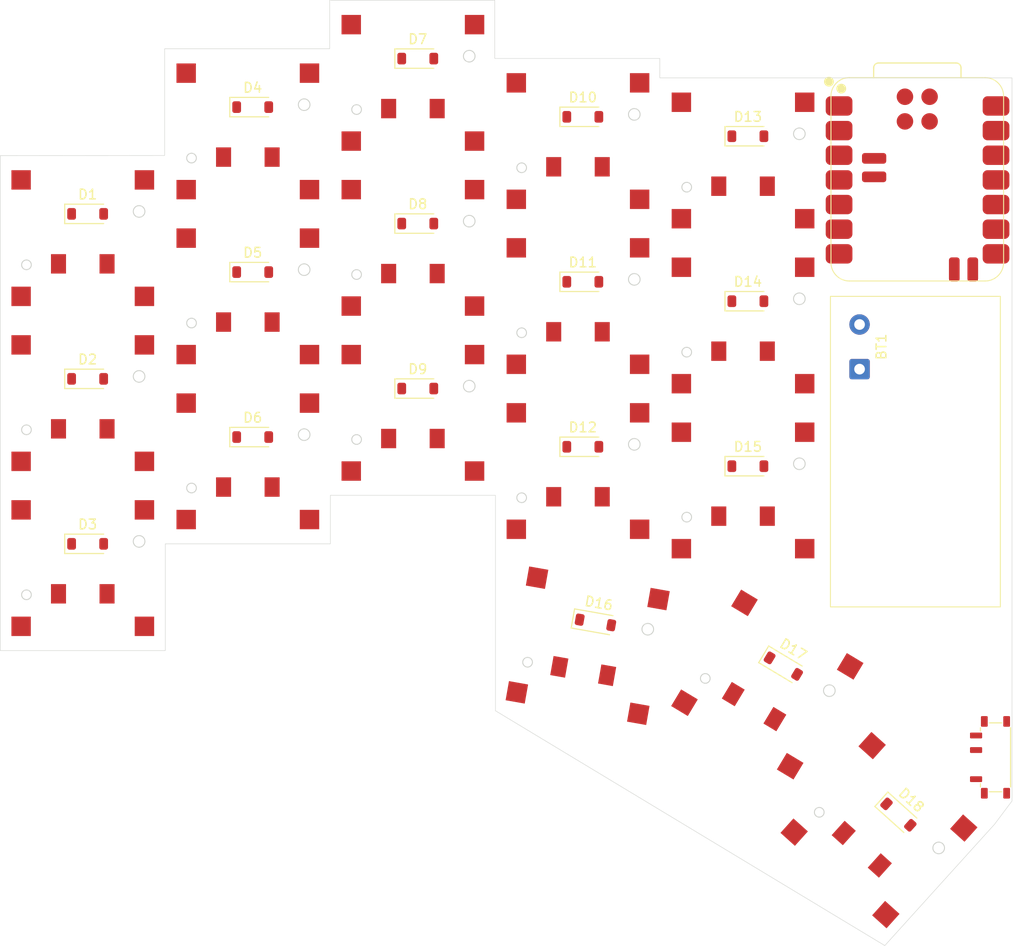
<source format=kicad_pcb>
(kicad_pcb (version 20240108) (generator "pcbnew") (generator_version "8.0")
  (layers (0 "F.Cu" signal) (31 "B.Cu" signal) (34 "B.Paste" user) (35 "F.Paste" user) (36 "B.SilkS" user "B.Silkscreen") (37 "F.SilkS" user "F.Silkscreen") (38 "B.Mask" user) (39 "F.Mask" user) (44 "Edge.Cuts" user))
  (net 0 "")
  (net 4 "Net-(BT1--)")
  (net 5 "Net-(BT1-+)")
  (net 6 "Net-(U2-BAT)")
  (net 7 "Net-(D1-A)")
  (net 8 "Net-(U2-P0.02_A0_D0)")
  (net 9 "Net-(D6-A)")
  (net 10 "Net-(D11-A)")
  (net 11 "Net-(U2-P0.03_A1_D1)")
  (net 12 "Net-(D2-A)")
  (net 13 "Net-(D7-A)")
  (net 14 "Net-(D12-A)")
  (net 15 "Net-(U2-P0.28_A2_D2)")
  (net 16 "Net-(D3-A)")
  (net 17 "Net-(D8-A)")
  (net 18 "Net-(D13-A)")
  (net 19 "Net-(U2-P0.29_A3_D3)")
  (net 20 "Net-(D4-A)")
  (net 21 "Net-(D9-A)")
  (net 22 "Net-(D14-A)")
  (net 23 "Net-(D5-A)")
  (net 24 "Net-(U2-P0.04_A4_D4_SDA)")
  (net 25 "Net-(D10-A)")
  (net 26 "Net-(D15-A)")
  (net 27 "Net-(D16-A)")
  (net 28 "Net-(D17-A)")
  (net 29 "Net-(D18-A)")
  (net 30 "Net-(D11-K)")
  (net 31 "Net-(D1-K)")
  (net 32 "Net-(D12-K)")
  (net 33 "Net-(D16-K)")
  (footprint "Diode_SMD:D_SOD-123" (layer "F.Cu") (at 68.5 6.5)
    (property "Reference" "D14" (at 0 -2 0) (layer "F.SilkS"))
    (property "Value" "1N4148W")
    (fp_line (start -2.36 -1) (end -2.36 1) (stroke (width 0.12)) (layer "F.SilkS"))
    (fp_line (start -2.36 -1) (end 1.65 -1) (stroke (width 0.12)) (layer "F.SilkS"))
    (fp_line (start -2.36 1) (end 1.65 1) (stroke (width 0.12)) (layer "F.SilkS"))
    (pad "1" smd roundrect (at -1.65 0) (size 0.9 1.2) (layers "F.Cu" "F.Paste" "F.Mask") (net 30 "Net-(D11-K)"))
    (pad "2" smd roundrect (at 1.65 0) (size 0.9 1.2) (layers "F.Cu" "F.Paste" "F.Mask") (net 22 "Net-(D14-A)"))
  )
  (footprint "Diode_SMD:D_SOD-123" (layer "F.Cu") (at 51.5 21.5)
    (property "Reference" "D12" (at 0 -2 0) (layer "F.SilkS"))
    (property "Value" "1N4148W")
    (fp_line (start -2.36 -1) (end -2.36 1) (stroke (width 0.12)) (layer "F.SilkS"))
    (fp_line (start -2.36 -1) (end 1.65 -1) (stroke (width 0.12)) (layer "F.SilkS"))
    (fp_line (start -2.36 1) (end 1.65 1) (stroke (width 0.12)) (layer "F.SilkS"))
    (pad "1" smd roundrect (at -1.65 0) (size 0.9 1.2) (layers "F.Cu" "F.Paste" "F.Mask") (net 32 "Net-(D12-K)"))
    (pad "2" smd roundrect (at 1.65 0) (size 0.9 1.2) (layers "F.Cu" "F.Paste" "F.Mask") (net 14 "Net-(D12-A)"))
  )
  (footprint "Diode_SMD:D_SOD-123" (layer "F.Cu") (at 68.5 -10.5)
    (property "Reference" "D13" (at 0 -2 0) (layer "F.SilkS"))
    (property "Value" "1N4148W")
    (fp_line (start -2.36 -1) (end -2.36 1) (stroke (width 0.12)) (layer "F.SilkS"))
    (fp_line (start -2.36 -1) (end 1.65 -1) (stroke (width 0.12)) (layer "F.SilkS"))
    (fp_line (start -2.36 1) (end 1.65 1) (stroke (width 0.12)) (layer "F.SilkS"))
    (pad "1" smd roundrect (at -1.65 0) (size 0.9 1.2) (layers "F.Cu" "F.Paste" "F.Mask") (net 31 "Net-(D1-K)"))
    (pad "2" smd roundrect (at 1.65 0) (size 0.9 1.2) (layers "F.Cu" "F.Paste" "F.Mask") (net 18 "Net-(D13-A)"))
  )
  (footprint "Diode_SMD:D_SOD-123" (layer "F.Cu") (at 17.5 -13.5)
    (property "Reference" "D4" (at 0 -2 0) (layer "F.SilkS"))
    (property "Value" "1N4148W")
    (fp_line (start -2.36 -1) (end -2.36 1) (stroke (width 0.12)) (layer "F.SilkS"))
    (fp_line (start -2.36 -1) (end 1.65 -1) (stroke (width 0.12)) (layer "F.SilkS"))
    (fp_line (start -2.36 1) (end 1.65 1) (stroke (width 0.12)) (layer "F.SilkS"))
    (pad "1" smd roundrect (at -1.65 0) (size 0.9 1.2) (layers "F.Cu" "F.Paste" "F.Mask") (net 31 "Net-(D1-K)"))
    (pad "2" smd roundrect (at 1.65 0) (size 0.9 1.2) (layers "F.Cu" "F.Paste" "F.Mask") (net 20 "Net-(D4-A)"))
  )
  (footprint "Diode_SMD:D_SOD-123" (layer "F.Cu") (at 72.15 44.1 -31)
    (property "Reference" "D17" (at 0 -2 -31) (layer "F.SilkS"))
    (property "Value" "1N4148W")
    (fp_line (start -2.36 1) (end 1.65 1) (stroke (width 0.12)) (layer "F.SilkS"))
    (fp_line (start -2.36 -1) (end -2.36 1) (stroke (width 0.12)) (layer "F.SilkS"))
    (fp_line (start -2.36 -1) (end 1.65 -1) (stroke (width 0.12)) (layer "F.SilkS"))
    (pad "1" smd roundrect (at -1.65 0 329) (size 0.9 1.2) (layers "F.Cu" "F.Paste" "F.Mask") (net 33 "Net-(D16-K)"))
    (pad "2" smd roundrect (at 1.65 0 329) (size 0.9 1.2) (layers "F.Cu" "F.Paste" "F.Mask") (net 28 "Net-(D17-A)"))
  )
  (footprint "mikefive:CPG1316S01D02_mikeholscher" (layer "F.Cu") (at 70.5 46 -31)
    (property "Reference" "S17" (hide yes))
    (property "Value" "Keyswitch" (hide yes))
    (fp_circle (center -5.8 2.75) (end -5.3 2.75) (stroke (width 0.1)) (fill none) (layer "Edge.Cuts"))
    (fp_circle (center 5.8 -2.75) (end 6.4 -2.749999) (stroke (width 0.1)) (fill none) (layer "Edge.Cuts"))
    (pad "1" smd rect (at -2.5 2.65 329) (size 1.55 2) (layers "F.Cu" "F.Paste" "F.Mask") (net 15 "Net-(U2-P0.28_A2_D2)"))
    (pad "2" smd rect (at 2.5 2.650001 329) (size 1.55 2) (layers "F.Cu" "F.Paste" "F.Mask") (net 28 "Net-(D17-A)"))
    (pad "3" smd rect (at -6.35 -6 329) (size 2 2) (layers "F.Cu" "F.Paste" "F.Mask"))
    (pad "3" smd rect (at -6.35 6 329) (size 2 2) (layers "F.Cu" "F.Paste" "F.Mask"))
    (pad "3" smd rect (at 6.35 -6 329) (size 2 2) (layers "F.Cu" "F.Paste" "F.Mask"))
    (pad "3" smd rect (at 6.35 6 329) (size 2 2) (layers "F.Cu" "F.Paste" "F.Mask"))
  )
  (footprint "ScottoKeebs_Scotto:Standoff_M2x6mm" (layer "F.Cu") (at 79.5 35.5)
    (property "Reference" "H1" (hide yes))
    (property "Value" "Mounting_Hole" (hide yes))
    (pad "" np_thru_hole circle (at 0 0) (size 2.2 2.2) (drill 2.2) (layers "*.Cu" "*.Mask"))
  )
  (footprint "Diode_SMD:D_SOD-123" (layer "F.Cu") (at 51.5 4.5)
    (property "Reference" "D11" (at 0 -2 0) (layer "F.SilkS"))
    (property "Value" "1N4148W")
    (fp_line (start -2.36 -1) (end -2.36 1) (stroke (width 0.12)) (layer "F.SilkS"))
    (fp_line (start -2.36 -1) (end 1.65 -1) (stroke (width 0.12)) (layer "F.SilkS"))
    (fp_line (start -2.36 1) (end 1.65 1) (stroke (width 0.12)) (layer "F.SilkS"))
    (pad "1" smd roundrect (at -1.65 0) (size 0.9 1.2) (layers "F.Cu" "F.Paste" "F.Mask") (net 30 "Net-(D11-K)"))
    (pad "2" smd roundrect (at 1.65 0) (size 0.9 1.2) (layers "F.Cu" "F.Paste" "F.Mask") (net 10 "Net-(D11-A)"))
  )
  (footprint "Diode_SMD:D_SOD-123" (layer "F.Cu") (at 17.5 3.5)
    (property "Reference" "D5" (at 0 -2 0) (layer "F.SilkS"))
    (property "Value" "1N4148W")
    (fp_line (start -2.36 -1) (end -2.36 1) (stroke (width 0.12)) (layer "F.SilkS"))
    (fp_line (start -2.36 -1) (end 1.65 -1) (stroke (width 0.12)) (layer "F.SilkS"))
    (fp_line (start -2.36 1) (end 1.65 1) (stroke (width 0.12)) (layer "F.SilkS"))
    (pad "1" smd roundrect (at -1.65 0) (size 0.9 1.2) (layers "F.Cu" "F.Paste" "F.Mask") (net 30 "Net-(D11-K)"))
    (pad "2" smd roundrect (at 1.65 0) (size 0.9 1.2) (layers "F.Cu" "F.Paste" "F.Mask") (net 23 "Net-(D5-A)"))
  )
  (footprint "mikefive:CPG1316S01D02_mikeholscher" (layer "F.Cu") (at 34 1)
    (property "Reference" "S8" (hide yes))
    (property "Value" "Keyswitch" (hide yes))
    (fp_circle (center -5.8 2.75) (end -5.3 2.75) (stroke (width 0.1)) (fill none) (layer "Edge.Cuts"))
    (fp_circle (center 5.8 -2.75) (end 6.4 -2.75) (stroke (width 0.1)) (fill none) (layer "Edge.Cuts"))
    (pad "1" smd rect (at -2.5 2.65) (size 1.55 2) (layers "F.Cu" "F.Paste" "F.Mask") (net 15 "Net-(U2-P0.28_A2_D2)"))
    (pad "2" smd rect (at 2.5 2.65) (size 1.55 2) (layers "F.Cu" "F.Paste" "F.Mask") (net 17 "Net-(D8-A)"))
    (pad "3" smd rect (at -6.35 -6) (size 2 2) (layers "F.Cu" "F.Paste" "F.Mask"))
    (pad "3" smd rect (at -6.35 6) (size 2 2) (layers "F.Cu" "F.Paste" "F.Mask"))
    (pad "3" smd rect (at 6.35 -6) (size 2 2) (layers "F.Cu" "F.Paste" "F.Mask"))
    (pad "3" smd rect (at 6.35 6) (size 2 2) (layers "F.Cu" "F.Paste" "F.Mask"))
  )
  (footprint "mikefive:CPG1316S01D02_mikeholscher" (layer "F.Cu") (at 17 -11)
    (property "Reference" "S4" (hide yes))
    (property "Value" "Keyswitch" (hide yes))
    (fp_circle (center -5.8 2.75) (end -5.3 2.75) (stroke (width 0.1)) (fill none) (layer "Edge.Cuts"))
    (fp_circle (center 5.8 -2.75) (end 6.4 -2.75) (stroke (width 0.1)) (fill none) (layer "Edge.Cuts"))
    (pad "1" smd rect (at -2.5 2.65) (size 1.55 2) (layers "F.Cu" "F.Paste" "F.Mask") (net 11 "Net-(U2-P0.03_A1_D1)"))
    (pad "2" smd rect (at 2.5 2.65) (size 1.55 2) (layers "F.Cu" "F.Paste" "F.Mask") (net 20 "Net-(D4-A)"))
    (pad "3" smd rect (at -6.35 -6) (size 2 2) (layers "F.Cu" "F.Paste" "F.Mask"))
    (pad "3" smd rect (at -6.35 6) (size 2 2) (layers "F.Cu" "F.Paste" "F.Mask"))
    (pad "3" smd rect (at 6.35 -6) (size 2 2) (layers "F.Cu" "F.Paste" "F.Mask"))
    (pad "3" smd rect (at 6.35 6) (size 2 2) (layers "F.Cu" "F.Paste" "F.Mask"))
  )
  (footprint "mikefive:CPG1316S01D02_mikeholscher" (layer "F.Cu") (at 68 9)
    (property "Reference" "S14" (hide yes))
    (property "Value" "Keyswitch" (hide yes))
    (fp_circle (center -5.8 2.75) (end -5.3 2.75) (stroke (width 0.1)) (fill none) (layer "Edge.Cuts"))
    (fp_circle (center 5.8 -2.75) (end 6.4 -2.75) (stroke (width 0.1)) (fill none) (layer "Edge.Cuts"))
    (pad "1" smd rect (at -2.5 2.65) (size 1.55 2) (layers "F.Cu" "F.Paste" "F.Mask") (net 24 "Net-(U2-P0.04_A4_D4_SDA)"))
    (pad "2" smd rect (at 2.5 2.65) (size 1.55 2) (layers "F.Cu" "F.Paste" "F.Mask") (net 22 "Net-(D14-A)"))
    (pad "3" smd rect (at -6.35 -6) (size 2 2) (layers "F.Cu" "F.Paste" "F.Mask"))
    (pad "3" smd rect (at -6.35 6) (size 2 2) (layers "F.Cu" "F.Paste" "F.Mask"))
    (pad "3" smd rect (at 6.35 -6) (size 2 2) (layers "F.Cu" "F.Paste" "F.Mask"))
    (pad "3" smd rect (at 6.35 6) (size 2 2) (layers "F.Cu" "F.Paste" "F.Mask"))
  )
  (footprint "ScottoKeebs_Scotto:Standoff_M2x6mm" (layer "F.Cu") (at 92 8.5)
    (property "Reference" "H2" (hide yes))
    (property "Value" "Mounting_Hole" (hide yes))
    (pad "" np_thru_hole circle (at 0 0) (size 2.2 2.2) (drill 2.2) (layers "*.Cu" "*.Mask"))
  )
  (footprint "mikefive:CPG1316S01D02_mikeholscher" (layer "F.Cu") (at 68 26)
    (property "Reference" "S15" (hide yes))
    (property "Value" "Keyswitch" (hide yes))
    (fp_circle (center -5.8 2.75) (end -5.3 2.75) (stroke (width 0.1)) (fill none) (layer "Edge.Cuts"))
    (fp_circle (center 5.8 -2.75) (end 6.4 -2.75) (stroke (width 0.1)) (fill none) (layer "Edge.Cuts"))
    (pad "1" smd rect (at -2.5 2.65) (size 1.55 2) (layers "F.Cu" "F.Paste" "F.Mask") (net 24 "Net-(U2-P0.04_A4_D4_SDA)"))
    (pad "2" smd rect (at 2.5 2.65) (size 1.55 2) (layers "F.Cu" "F.Paste" "F.Mask") (net 26 "Net-(D15-A)"))
    (pad "3" smd rect (at -6.35 -6) (size 2 2) (layers "F.Cu" "F.Paste" "F.Mask"))
    (pad "3" smd rect (at -6.35 6) (size 2 2) (layers "F.Cu" "F.Paste" "F.Mask"))
    (pad "3" smd rect (at 6.35 -6) (size 2 2) (layers "F.Cu" "F.Paste" "F.Mask"))
    (pad "3" smd rect (at 6.35 6) (size 2 2) (layers "F.Cu" "F.Paste" "F.Mask"))
  )
  (footprint "mikefive:CPG1316S01D02_mikeholscher" (layer "F.Cu") (at 0 34)
    (property "Reference" "S3" (hide yes))
    (property "Value" "Keyswitch" (hide yes))
    (fp_circle (center -5.8 2.75) (end -5.3 2.75) (stroke (width 0.1)) (fill none) (layer "Edge.Cuts"))
    (fp_circle (center 5.8 -2.75) (end 6.4 -2.75) (stroke (width 0.1)) (fill none) (layer "Edge.Cuts"))
    (pad "1" smd rect (at -2.5 2.65) (size 1.55 2) (layers "F.Cu" "F.Paste" "F.Mask") (net 8 "Net-(U2-P0.02_A0_D0)"))
    (pad "2" smd rect (at 2.5 2.65) (size 1.55 2) (layers "F.Cu" "F.Paste" "F.Mask") (net 16 "Net-(D3-A)"))
    (pad "3" smd rect (at -6.35 -6) (size 2 2) (layers "F.Cu" "F.Paste" "F.Mask"))
    (pad "3" smd rect (at -6.35 6) (size 2 2) (layers "F.Cu" "F.Paste" "F.Mask"))
    (pad "3" smd rect (at 6.35 -6) (size 2 2) (layers "F.Cu" "F.Paste" "F.Mask"))
    (pad "3" smd rect (at 6.35 6) (size 2 2) (layers "F.Cu" "F.Paste" "F.Mask"))
  )
  (footprint "mikefive:CPG1316S01D02_mikeholscher" (layer "F.Cu") (at 34 18)
    (property "Reference" "S9" (hide yes))
    (property "Value" "Keyswitch" (hide yes))
    (fp_circle (center -5.8 2.75) (end -5.3 2.75) (stroke (width 0.1)) (fill none) (layer "Edge.Cuts"))
    (fp_circle (center 5.8 -2.75) (end 6.4 -2.75) (stroke (width 0.1)) (fill none) (layer "Edge.Cuts"))
    (pad "1" smd rect (at -2.5 2.65) (size 1.55 2) (layers "F.Cu" "F.Paste" "F.Mask") (net 15 "Net-(U2-P0.28_A2_D2)"))
    (pad "2" smd rect (at 2.5 2.65) (size 1.55 2) (layers "F.Cu" "F.Paste" "F.Mask") (net 21 "Net-(D9-A)"))
    (pad "3" smd rect (at -6.35 -6) (size 2 2) (layers "F.Cu" "F.Paste" "F.Mask"))
    (pad "3" smd rect (at -6.35 6) (size 2 2) (layers "F.Cu" "F.Paste" "F.Mask"))
    (pad "3" smd rect (at 6.35 -6) (size 2 2) (layers "F.Cu" "F.Paste" "F.Mask"))
    (pad "3" smd rect (at 6.35 6) (size 2 2) (layers "F.Cu" "F.Paste" "F.Mask"))
  )
  (footprint "mikefive:CPG1316S01D02_mikeholscher" (layer "F.Cu") (at 82 61 -42)
    (property "Reference" "S18" (hide yes))
    (property "Value" "Keyswitch" (hide yes))
    (fp_circle (center -5.8 2.75) (end -5.3 2.75) (stroke (width 0.1)) (fill none) (layer "Edge.Cuts"))
    (fp_circle (center 5.8 -2.75) (end 6.4 -2.75) (stroke (width 0.1)) (fill none) (layer "Edge.Cuts"))
    (pad "1" smd rect (at -2.5 2.65 318) (size 1.55 2) (layers "F.Cu" "F.Paste" "F.Mask") (net 19 "Net-(U2-P0.29_A3_D3)"))
    (pad "2" smd rect (at 2.5 2.65 318) (size 1.55 2) (layers "F.Cu" "F.Paste" "F.Mask") (net 29 "Net-(D18-A)"))
    (pad "3" smd rect (at -6.35 -6 318) (size 2 2) (layers "F.Cu" "F.Paste" "F.Mask"))
    (pad "3" smd rect (at -6.35 6 318) (size 2 2) (layers "F.Cu" "F.Paste" "F.Mask"))
    (pad "3" smd rect (at 6.35 -6 318) (size 2 2) (layers "F.Cu" "F.Paste" "F.Mask"))
    (pad "3" smd rect (at 6.35 6 318) (size 2 2) (layers "F.Cu" "F.Paste" "F.Mask"))
  )
  (footprint "mikefive:CPG1316S01D02_mikeholscher" (layer "F.Cu") (at 51 24)
    (property "Reference" "S12" (hide yes))
    (property "Value" "Keyswitch" (hide yes))
    (fp_circle (center -5.8 2.75) (end -5.3 2.75) (stroke (width 0.1)) (fill none) (layer "Edge.Cuts"))
    (fp_circle (center 5.8 -2.75) (end 6.4 -2.75) (stroke (width 0.1)) (fill none) (layer "Edge.Cuts"))
    (pad "1" smd rect (at -2.5 2.65) (size 1.55 2) (layers "F.Cu" "F.Paste" "F.Mask") (net 19 "Net-(U2-P0.29_A3_D3)"))
    (pad "2" smd rect (at 2.5 2.65) (size 1.55 2) (layers "F.Cu" "F.Paste" "F.Mask") (net 14 "Net-(D12-A)"))
    (pad "3" smd rect (at -6.35 -6) (size 2 2) (layers "F.Cu" "F.Paste" "F.Mask"))
    (pad "3" smd rect (at -6.35 6) (size 2 2) (layers "F.Cu" "F.Paste" "F.Mask"))
    (pad "3" smd rect (at 6.35 -6) (size 2 2) (layers "F.Cu" "F.Paste" "F.Mask"))
    (pad "3" smd rect (at 6.35 6) (size 2 2) (layers "F.Cu" "F.Paste" "F.Mask"))
  )
  (footprint "Diode_SMD:D_SOD-123" (layer "F.Cu") (at 17.5 20.5)
    (property "Reference" "D6" (at 0 -2 0) (layer "F.SilkS"))
    (property "Value" "1N4148W")
    (fp_line (start -2.36 -1) (end -2.36 1) (stroke (width 0.12)) (layer "F.SilkS"))
    (fp_line (start -2.36 -1) (end 1.65 -1) (stroke (width 0.12)) (layer "F.SilkS"))
    (fp_line (start -2.36 1) (end 1.65 1) (stroke (width 0.12)) (layer "F.SilkS"))
    (pad "1" smd roundrect (at -1.65 0) (size 0.9 1.2) (layers "F.Cu" "F.Paste" "F.Mask") (net 32 "Net-(D12-K)"))
    (pad "2" smd roundrect (at 1.65 0) (size 0.9 1.2) (layers "F.Cu" "F.Paste" "F.Mask") (net 9 "Net-(D6-A)"))
  )
  (footprint "Diode_SMD:D_SOD-123" (layer "F.Cu") (at 34.5 -18.5)
    (property "Reference" "D7" (at 0 -2 0) (layer "F.SilkS"))
    (property "Value" "1N4148W")
    (fp_line (start -2.36 -1) (end -2.36 1) (stroke (width 0.12)) (layer "F.SilkS"))
    (fp_line (start -2.36 -1) (end 1.65 -1) (stroke (width 0.12)) (layer "F.SilkS"))
    (fp_line (start -2.36 1) (end 1.65 1) (stroke (width 0.12)) (layer "F.SilkS"))
    (pad "1" smd roundrect (at -1.65 0) (size 0.9 1.2) (layers "F.Cu" "F.Paste" "F.Mask") (net 31 "Net-(D1-K)"))
    (pad "2" smd roundrect (at 1.65 0) (size 0.9 1.2) (layers "F.Cu" "F.Paste" "F.Mask") (net 13 "Net-(D7-A)"))
  )
  (footprint "mikefive:CPG1316S01D02_mikeholscher" (layer "F.Cu") (at 68 -8)
    (property "Reference" "S13" (hide yes))
    (property "Value" "Keyswitch" (hide yes))
    (fp_circle (center -5.8 2.75) (end -5.3 2.75) (stroke (width 0.1)) (fill none) (layer "Edge.Cuts"))
    (fp_circle (center 5.8 -2.75) (end 6.4 -2.75) (stroke (width 0.1)) (fill none) (layer "Edge.Cuts"))
    (pad "1" smd rect (at -2.5 2.65) (size 1.55 2) (layers "F.Cu" "F.Paste" "F.Mask") (net 24 "Net-(U2-P0.04_A4_D4_SDA)"))
    (pad "2" smd rect (at 2.5 2.65) (size 1.55 2) (layers "F.Cu" "F.Paste" "F.Mask") (net 18 "Net-(D13-A)"))
    (pad "3" smd rect (at -6.35 -6) (size 2 2) (layers "F.Cu" "F.Paste" "F.Mask"))
    (pad "3" smd rect (at -6.35 6) (size 2 2) (layers "F.Cu" "F.Paste" "F.Mask"))
    (pad "3" smd rect (at 6.35 -6) (size 2 2) (layers "F.Cu" "F.Paste" "F.Mask"))
    (pad "3" smd rect (at 6.35 6) (size 2 2) (layers "F.Cu" "F.Paste" "F.Mask"))
  )
  (footprint "mikefive:CPG1316S01D02_mikeholscher" (layer "F.Cu") (at 0 0)
    (property "Reference" "S1" (hide yes))
    (property "Value" "Keyswitch" (hide yes))
    (fp_circle (center -5.8 2.75) (end -5.3 2.75) (stroke (width 0.1)) (fill none) (layer "Edge.Cuts"))
    (fp_circle (center 5.8 -2.75) (end 6.4 -2.75) (stroke (width 0.1)) (fill none) (layer "Edge.Cuts"))
    (pad "1" smd rect (at -2.5 2.65) (size 1.55 2) (layers "F.Cu" "F.Paste" "F.Mask") (net 8 "Net-(U2-P0.02_A0_D0)"))
    (pad "2" smd rect (at 2.5 2.65) (size 1.55 2) (layers "F.Cu" "F.Paste" "F.Mask") (net 7 "Net-(D1-A)"))
    (pad "3" smd rect (at -6.35 -6) (size 2 2) (layers "F.Cu" "F.Paste" "F.Mask"))
    (pad "3" smd rect (at -6.35 6) (size 2 2) (layers "F.Cu" "F.Paste" "F.Mask"))
    (pad "3" smd rect (at 6.35 -6) (size 2 2) (layers "F.Cu" "F.Paste" "F.Mask"))
    (pad "3" smd rect (at 6.35 6) (size 2 2) (layers "F.Cu" "F.Paste" "F.Mask"))
  )
  (footprint "Diode_SMD:D_SOD-123" (layer "F.Cu") (at 34.5 -1.5)
    (property "Reference" "D8" (at 0 -2 0) (layer "F.SilkS"))
    (property "Value" "1N4148W")
    (fp_line (start -2.36 -1) (end -2.36 1) (stroke (width 0.12)) (layer "F.SilkS"))
    (fp_line (start -2.36 -1) (end 1.65 -1) (stroke (width 0.12)) (layer "F.SilkS"))
    (fp_line (start -2.36 1) (end 1.65 1) (stroke (width 0.12)) (layer "F.SilkS"))
    (pad "1" smd roundrect (at -1.65 0) (size 0.9 1.2) (layers "F.Cu" "F.Paste" "F.Mask") (net 30 "Net-(D11-K)"))
    (pad "2" smd roundrect (at 1.65 0) (size 0.9 1.2) (layers "F.Cu" "F.Paste" "F.Mask") (net 17 "Net-(D8-A)"))
  )
  (footprint "Diode_SMD:D_SOD-123" (layer "F.Cu") (at 51.5 -12.5)
    (property "Reference" "D10" (at 0 -2 0) (layer "F.SilkS"))
    (property "Value" "1N4148W")
    (fp_line (start -2.36 -1) (end -2.36 1) (stroke (width 0.12)) (layer "F.SilkS"))
    (fp_line (start -2.36 -1) (end 1.65 -1) (stroke (width 0.12)) (layer "F.SilkS"))
    (fp_line (start -2.36 1) (end 1.65 1) (stroke (width 0.12)) (layer "F.SilkS"))
    (pad "1" smd roundrect (at -1.65 0) (size 0.9 1.2) (layers "F.Cu" "F.Paste" "F.Mask") (net 31 "Net-(D1-K)"))
    (pad "2" smd roundrect (at 1.65 0) (size 0.9 1.2) (layers "F.Cu" "F.Paste" "F.Mask") (net 25 "Net-(D10-A)"))
  )
  (footprint "mikefive:CPG1316S01D02_mikeholscher" (layer "F.Cu") (at 17 6)
    (property "Reference" "S5" (hide yes))
    (property "Value" "Keyswitch" (hide yes))
    (fp_circle (center -5.8 2.75) (end -5.3 2.75) (stroke (width 0.1)) (fill none) (layer "Edge.Cuts"))
    (fp_circle (center 5.8 -2.75) (end 6.4 -2.75) (stroke (width 0.1)) (fill none) (layer "Edge.Cuts"))
    (pad "1" smd rect (at -2.5 2.65) (size 1.55 2) (layers "F.Cu" "F.Paste" "F.Mask") (net 11 "Net-(U2-P0.03_A1_D1)"))
    (pad "2" smd rect (at 2.5 2.65) (size 1.55 2) (layers "F.Cu" "F.Paste" "F.Mask") (net 23 "Net-(D5-A)"))
    (pad "3" smd rect (at -6.35 -6) (size 2 2) (layers "F.Cu" "F.Paste" "F.Mask"))
    (pad "3" smd rect (at -6.35 6) (size 2 2) (layers "F.Cu" "F.Paste" "F.Mask"))
    (pad "3" smd rect (at 6.35 -6) (size 2 2) (layers "F.Cu" "F.Paste" "F.Mask"))
    (pad "3" smd rect (at 6.35 6) (size 2 2) (layers "F.Cu" "F.Paste" "F.Mask"))
  )
  (footprint "mikefive:CPG1316S01D02_mikeholscher" (layer "F.Cu") (at 17 23)
    (property "Reference" "S6" (hide yes))
    (property "Value" "Keyswitch" (hide yes))
    (fp_circle (center -5.8 2.75) (end -5.3 2.75) (stroke (width 0.1)) (fill none) (layer "Edge.Cuts"))
    (fp_circle (center 5.8 -2.75) (end 6.4 -2.75) (stroke (width 0.1)) (fill none) (layer "Edge.Cuts"))
    (pad "1" smd rect (at -2.5 2.65) (size 1.55 2) (layers "F.Cu" "F.Paste" "F.Mask") (net 11 "Net-(U2-P0.03_A1_D1)"))
    (pad "2" smd rect (at 2.5 2.65) (size 1.55 2) (layers "F.Cu" "F.Paste" "F.Mask") (net 9 "Net-(D6-A)"))
    (pad "3" smd rect (at -6.35 -6) (size 2 2) (layers "F.Cu" "F.Paste" "F.Mask"))
    (pad "3" smd rect (at -6.35 6) (size 2 2) (layers "F.Cu" "F.Paste" "F.Mask"))
    (pad "3" smd rect (at 6.35 -6) (size 2 2) (layers "F.Cu" "F.Paste" "F.Mask"))
    (pad "3" smd rect (at 6.35 6) (size 2 2) (layers "F.Cu" "F.Paste" "F.Mask"))
  )
  (footprint "mikefive:CPG1316S01D02_mikeholscher" (layer "F.Cu") (at 51 -10)
    (property "Reference" "S10" (hide yes))
    (property "Value" "Keyswitch" (hide yes))
    (fp_circle (center -5.8 2.75) (end -5.3 2.75) (stroke (width 0.1)) (fill none) (layer "Edge.Cuts"))
    (fp_circle (center 5.8 -2.75) (end 6.4 -2.75) (stroke (width 0.1)) (fill none) (layer "Edge.Cuts"))
    (pad "1" smd rect (at -2.5 2.65) (size 1.55 2) (layers "F.Cu" "F.Paste" "F.Mask") (net 19 "Net-(U2-P0.29_A3_D3)"))
    (pad "2" smd rect (at 2.5 2.65) (size 1.55 2) (layers "F.Cu" "F.Paste" "F.Mask") (net 25 "Net-(D10-A)"))
    (pad "3" smd rect (at -6.35 -6) (size 2 2) (layers "F.Cu" "F.Paste" "F.Mask"))
    (pad "3" smd rect (at -6.35 6) (size 2 2) (layers "F.Cu" "F.Paste" "F.Mask"))
    (pad "3" smd rect (at 6.35 -6) (size 2 2) (layers "F.Cu" "F.Paste" "F.Mask"))
    (pad "3" smd rect (at 6.35 6) (size 2 2) (layers "F.Cu" "F.Paste" "F.Mask"))
  )
  (footprint "ScottoKeebs_Components:Switch_MSK12C02" (layer "F.Cu") (at 94 53.5 -90)
    (property "Reference" "SW1" (hide yes))
    (property "Value" "Switch")
    (fp_line (start -2.7 1.55) (end -3.05 1.55) (stroke (width 0.12)) (layer "F.SilkS"))
    (fp_line (start 3.05 1.55) (end 2.7 1.55) (stroke (width 0.12)) (layer "F.SilkS"))
    (fp_line (start 3.55 0.65) (end 3.55 -0.65) (stroke (width 0.12)) (layer "F.SilkS"))
    (fp_line (start -3.55 -0.65) (end -3.55 0.65) (stroke (width 0.12)) (layer "F.SilkS"))
    (fp_line (start -3.05 -1.55) (end 3.05 -1.55) (stroke (width 0.12)) (layer "F.SilkS"))
    (pad "" np_thru_hole circle (at -1.5 0 90) (size 0.85 0.85) (drill 0.85) (layers "F&B.Cu" "*.Mask"))
    (pad "" np_thru_hole circle (at 1.5 0 90) (size 0.85 0.85) (drill 0.85) (layers "F&B.Cu" "*.Mask"))
    (pad "1" smd roundrect (at 2.25 2 90) (size 0.6 1.25) (layers "F.Cu" "F.Paste" "F.Mask") (roundrect_rratio 0.15) (net 5 "Net-(BT1-+)"))
    (pad "2" smd roundrect (at -0.75 2 90) (size 0.6 1.25) (layers "F.Cu" "F.Paste" "F.Mask") (roundrect_rratio 0.15) (net 6 "Net-(U2-BAT)"))
    (pad "3" smd roundrect (at -2.25 2 90) (size 0.6 1.25) (layers "F.Cu" "F.Paste" "F.Mask") (roundrect_rratio 0.15))
    (pad "MP" smd roundrect (at -3.7 -1.15 180) (size 0.7 1.1) (layers "F.Cu" "F.Paste" "F.Mask") (roundrect_rratio 0.15))
    (pad "MP" smd roundrect (at -3.7 1.15 180) (size 0.7 1.1) (layers "F.Cu" "F.Paste" "F.Mask") (roundrect_rratio 0.15))
    (pad "MP" smd roundrect (at 3.7 -1.15 180) (size 0.7 1.1) (layers "F.Cu" "F.Paste" "F.Mask") (roundrect_rratio 0.15))
    (pad "MP" smd roundrect (at 3.7 1.15 180) (size 0.7 1.1) (layers "F.Cu" "F.Paste" "F.Mask") (roundrect_rratio 0.15))
  )
  (footprint "Diode_SMD:D_SOD-123" (layer "F.Cu") (at 84 59.4 -42)
    (property "Reference" "D18" (at 0 -2 -42) (layer "F.SilkS"))
    (property "Value" "1N4148W")
    (fp_line (start -2.359999 1) (end 1.65 1) (stroke (width 0.12)) (layer "F.SilkS"))
    (fp_line (start -2.36 -1) (end -2.359999 1) (stroke (width 0.12)) (layer "F.SilkS"))
    (fp_line (start -2.36 -1) (end 1.650001 -1) (stroke (width 0.12)) (layer "F.SilkS"))
    (pad "1" smd roundrect (at -1.65 0 318) (size 0.9 1.2) (layers "F.Cu" "F.Paste" "F.Mask") (net 33 "Net-(D16-K)"))
    (pad "2" smd roundrect (at 1.65 0 318) (size 0.9 1.2) (layers "F.Cu" "F.Paste" "F.Mask") (net 29 "Net-(D18-A)"))
  )
  (footprint "Diode_SMD:D_SOD-123" (layer "F.Cu") (at 0.5 31.5)
    (property "Reference" "D3" (at 0 -2 0) (layer "F.SilkS"))
    (property "Value" "1N4148W")
    (fp_line (start -2.36 -1) (end -2.36 1) (stroke (width 0.12)) (layer "F.SilkS"))
    (fp_line (start -2.36 -1) (end 1.65 -1) (stroke (width 0.12)) (layer "F.SilkS"))
    (fp_line (start -2.36 1) (end 1.65 1) (stroke (width 0.12)) (layer "F.SilkS"))
    (pad "1" smd roundrect (at -1.65 0) (size 0.9 1.2) (layers "F.Cu" "F.Paste" "F.Mask") (net 32 "Net-(D12-K)"))
    (pad "2" smd roundrect (at 1.65 0) (size 0.9 1.2) (layers "F.Cu" "F.Paste" "F.Mask") (net 16 "Net-(D3-A)"))
  )
  (footprint "Diode_SMD:D_SOD-123" (layer "F.Cu") (at 34.5 15.5)
    (property "Reference" "D9" (at 0 -2 0) (layer "F.SilkS"))
    (property "Value" "1N4148W")
    (fp_line (start -2.36 -1) (end -2.36 1) (stroke (width 0.12)) (layer "F.SilkS"))
    (fp_line (start -2.36 -1) (end 1.65 -1) (stroke (width 0.12)) (layer "F.SilkS"))
    (fp_line (start -2.36 1) (end 1.65 1) (stroke (width 0.12)) (layer "F.SilkS"))
    (pad "1" smd roundrect (at -1.65 0) (size 0.9 1.2) (layers "F.Cu" "F.Paste" "F.Mask") (net 32 "Net-(D12-K)"))
    (pad "2" smd roundrect (at 1.65 0) (size 0.9 1.2) (layers "F.Cu" "F.Paste" "F.Mask") (net 21 "Net-(D9-A)"))
  )
  (footprint "mikefive:CPG1316S01D02_mikeholscher" (layer "F.Cu") (at 34 -16)
    (property "Reference" "S7" (hide yes))
    (property "Value" "Keyswitch" (hide yes))
    (fp_circle (center -5.8 2.75) (end -5.3 2.75) (stroke (width 0.1)) (fill none) (layer "Edge.Cuts"))
    (fp_circle (center 5.8 -2.75) (end 6.4 -2.75) (stroke (width 0.1)) (fill none) (layer "Edge.Cuts"))
    (pad "1" smd rect (at -2.5 2.65) (size 1.55 2) (layers "F.Cu" "F.Paste" "F.Mask") (net 15 "Net-(U2-P0.28_A2_D2)"))
    (pad "2" smd rect (at 2.5 2.65) (size 1.55 2) (layers "F.Cu" "F.Paste" "F.Mask") (net 13 "Net-(D7-A)"))
    (pad "3" smd rect (at -6.35 -6) (size 2 2) (layers "F.Cu" "F.Paste" "F.Mask"))
    (pad "3" smd rect (at -6.35 6) (size 2 2) (layers "F.Cu" "F.Paste" "F.Mask"))
    (pad "3" smd rect (at 6.35 -6) (size 2 2) (layers "F.Cu" "F.Paste" "F.Mask"))
    (pad "3" smd rect (at 6.35 6) (size 2 2) (layers "F.Cu" "F.Paste" "F.Mask"))
  )
  (footprint "Diode_SMD:D_SOD-123" (layer "F.Cu") (at 0.5 -2.5)
    (property "Reference" "D1" (at 0 -2 0) (layer "F.SilkS"))
    (property "Value" "1N4148W")
    (fp_line (start -2.36 -1) (end -2.36 1) (stroke (width 0.12)) (layer "F.SilkS"))
    (fp_line (start -2.36 -1) (end 1.65 -1) (stroke (width 0.12)) (layer "F.SilkS"))
    (fp_line (start -2.36 1) (end 1.65 1) (stroke (width 0.12)) (layer "F.SilkS"))
    (pad "1" smd roundrect (at -1.65 0) (size 0.9 1.2) (layers "F.Cu" "F.Paste" "F.Mask") (net 31 "Net-(D1-K)"))
    (pad "2" smd roundrect (at 1.65 0) (size 0.9 1.2) (layers "F.Cu" "F.Paste" "F.Mask") (net 7 "Net-(D1-A)"))
  )
  (footprint "Diode_SMD:D_SOD-123" (layer "F.Cu") (at 0.5 14.5)
    (property "Reference" "D2" (at 0 -2 0) (layer "F.SilkS"))
    (property "Value" "1N4148W")
    (fp_line (start -2.36 -1) (end -2.36 1) (stroke (width 0.12)) (layer "F.SilkS"))
    (fp_line (start -2.36 -1) (end 1.65 -1) (stroke (width 0.12)) (layer "F.SilkS"))
    (fp_line (start -2.36 1) (end 1.65 1) (stroke (width 0.12)) (layer "F.SilkS"))
    (pad "1" smd roundrect (at -1.65 0) (size 0.9 1.2) (layers "F.Cu" "F.Paste" "F.Mask") (net 30 "Net-(D11-K)"))
    (pad "2" smd roundrect (at 1.65 0) (size 0.9 1.2) (layers "F.Cu" "F.Paste" "F.Mask") (net 12 "Net-(D2-A)"))
  )
  (footprint "Diode_SMD:D_SOD-123" (layer "F.Cu") (at 52.8 39.6 -10)
    (property "Reference" "D16" (at 0 -2 -10) (layer "F.SilkS"))
    (property "Value" "1N4148W")
    (fp_line (start -2.36 1) (end 1.65 1) (stroke (width 0.12)) (layer "F.SilkS"))
    (fp_line (start -2.36 -1) (end -2.36 1) (stroke (width 0.12)) (layer "F.SilkS"))
    (fp_line (start -2.36 -1) (end 1.65 -1) (stroke (width 0.12)) (layer "F.SilkS"))
    (pad "1" smd roundrect (at -1.65 0.000001 350) (size 0.9 1.2) (layers "F.Cu" "F.Paste" "F.Mask") (net 33 "Net-(D16-K)"))
    (pad "2" smd roundrect (at 1.65 -0.000001 350) (size 0.9 1.2) (layers "F.Cu" "F.Paste" "F.Mask") (net 27 "Net-(D16-A)"))
  )
  (footprint "Seeed XIAO:XIAO-nRF52840-SMD" (layer "F.Cu") (at 86 -6)
    (property "Reference" "U2" (hide yes))
    (property "Value" "XIAO-nRF52840-SMD")
    (fp_line (start -8.945 8.513) (end -8.945 -8.632) (stroke (width 0.1)) (layer "F.SilkS"))
    (fp_line (start -7.04 10.418) (end 6.93 10.418) (stroke (width 0.1)) (layer "F.SilkS"))
    (fp_line (start -4.55 -10.537) (end -4.546272 -11.547272) (stroke (width 0.127)) (layer "F.SilkS"))
    (fp_line (start -4.046272 -12.047) (end 3.949 -12.047) (stroke (width 0.127)) (layer "F.SilkS"))
    (fp_line (start 4.449 -11.547) (end 4.449 -10.537) (stroke (width 0.127)) (layer "F.SilkS"))
    (fp_line (start 6.93 -10.537) (end -7.04 -10.537) (stroke (width 0.1)) (layer "F.SilkS"))
    (fp_line (start 8.835 8.513) (end 8.835 -8.632) (stroke (width 0.1)) (layer "F.SilkS"))
    (fp_arc (start -8.945 -8.636) (mid -8.387038 -9.983038) (end -7.04 -10.541) (stroke (width 0.1)) (layer "F.SilkS"))
    (fp_arc (start -7.04 10.418) (mid -8.387038 9.860038) (end -8.945 8.513) (stroke (width 0.1)) (layer "F.SilkS"))
    (fp_arc (start -4.546272 -11.547272) (mid -4.399724 -11.900644) (end -4.046272 -12.047) (stroke (width 0.127)) (layer "F.SilkS"))
    (fp_arc (start 3.949 -12.047) (mid 4.302524 -11.900524) (end 4.449 -11.547) (stroke (width 0.127)) (layer "F.SilkS"))
    (fp_arc (start 6.93 -10.537) (mid 8.277024 -9.979024) (end 8.835 -8.632) (stroke (width 0.1)) (layer "F.SilkS"))
    (fp_arc (start 8.835 8.513) (mid 8.277038 9.860038) (end 6.93 10.418) (stroke (width 0.1)) (layer "F.SilkS"))
    (fp_circle (center -9.155 -10.121) (end -9.155 -10.375) (stroke (width 0.5)) (fill solid) (layer "F.SilkS"))
    (fp_circle (center -7.881 -9.404) (end -7.881 -9.658) (stroke (width 0.5)) (fill solid) (layer "F.SilkS"))
    (pad "1" smd roundrect (at -8.11 -7.62) (size 2.75 2) (layers "F.Cu" "F.Paste" "F.Mask") (net 8 "Net-(U2-P0.02_A0_D0)"))
    (pad "2" smd roundrect (at -8.11 -5.08) (size 2.75 2) (layers "F.Cu" "F.Paste" "F.Mask") (net 11 "Net-(U2-P0.03_A1_D1)"))
    (pad "3" smd roundrect (at -8.11 -2.54) (size 2.75 2) (layers "F.Cu" "F.Paste" "F.Mask") (net 15 "Net-(U2-P0.28_A2_D2)"))
    (pad "4" smd roundrect (at -8.11 0) (size 2.75 2) (layers "F.Cu" "F.Paste" "F.Mask") (net 19 "Net-(U2-P0.29_A3_D3)"))
    (pad "5" smd roundrect (at -8.11 2.54) (size 2.75 2) (layers "F.Cu" "F.Paste" "F.Mask") (net 24 "Net-(U2-P0.04_A4_D4_SDA)"))
    (pad "6" smd roundrect (at -8.11 5.08) (size 2.75 2) (layers "F.Cu" "F.Paste" "F.Mask"))
    (pad "7" smd roundrect (at -8.11 7.62) (size 2.75 2) (layers "F.Cu" "F.Paste" "F.Mask"))
    (pad "8" smd roundrect (at 8.055 7.62) (size 2.75 2) (layers "F.Cu" "F.Paste" "F.Mask") (net 33 "Net-(D16-K)"))
    (pad "9" smd roundrect (at 8.055 5.08) (size 2.75 2) (layers "F.Cu" "F.Paste" "F.Mask") (net 32 "Net-(D12-K)"))
    (pad "10" smd roundrect (at 8.055 2.54) (size 2.75 2) (layers "F.Cu" "F.Paste" "F.Mask") (net 30 "Net-(D11-K)"))
    (pad "11" smd roundrect (at 8.055 0) (size 2.75 2) (layers "F.Cu" "F.Paste" "F.Mask") (net 31 "Net-(D1-K)"))
    (pad "12" smd roundrect (at 8.055 -2.54) (size 2.75 2) (layers "F.Cu" "F.Paste" "F.Mask"))
    (pad "13" smd roundrect (at 8.055 -5.08) (size 2.75 2) (layers "F.Cu" "F.Paste" "F.Mask"))
    (pad "14" smd roundrect (at 8.055 -7.62) (size 2.75 2) (layers "F.Cu" "F.Paste" "F.Mask"))
    (pad "15" smd roundrect (at -4.5 -0.3135 180) (size 2.5 1.1) (layers "F.Cu" "F.Paste" "F.Mask") (net 6 "Net-(U2-BAT)"))
    (pad "16" smd roundrect (at -4.5 -2.2185 180) (size 2.5 1.1) (layers "F.Cu" "F.Paste" "F.Mask") (net 4 "Net-(BT1--)"))
    (pad "17" smd roundrect (at 3.755 9.2369 270) (size 2.5 1.1) (layers "F.Cu" "F.Paste" "F.Mask"))
    (pad "18" smd roundrect (at 5.66 9.2369 270) (size 2.5 1.1) (layers "F.Cu" "F.Paste" "F.Mask"))
    (pad "19" smd circle (at -1.325 -8.5685) (size 1.7 1.7) (layers "F.Cu" "F.Paste" "F.Mask"))
    (pad "20" smd circle (at 1.215 -8.5685) (size 1.7 1.7) (layers "F.Cu" "F.Paste" "F.Mask"))
    (pad "21" smd circle (at -1.325 -6.0285) (size 1.7 1.7) (layers "F.Cu" "F.Paste" "F.Mask"))
    (pad "22" smd circle (at 1.215 -6.0285) (size 1.7 1.7) (layers "F.Cu" "F.Paste" "F.Mask") (net 4 "Net-(BT1--)"))
  )
  (footprint "mikefive:CPG1316S01D02_mikeholscher" (layer "F.Cu") (at 0 17)
    (property "Reference" "S2" (hide yes))
    (property "Value" "Keyswitch" (hide yes))
    (fp_circle (center -5.8 2.75) (end -5.3 2.75) (stroke (width 0.1)) (fill none) (layer "Edge.Cuts"))
    (fp_circle (center 5.8 -2.75) (end 6.4 -2.75) (stroke (width 0.1)) (fill none) (layer "Edge.Cuts"))
    (pad "1" smd rect (at -2.5 2.65) (size 1.55 2) (layers "F.Cu" "F.Paste" "F.Mask") (net 8 "Net-(U2-P0.02_A0_D0)"))
    (pad "2" smd rect (at 2.5 2.65) (size 1.55 2) (layers "F.Cu" "F.Paste" "F.Mask") (net 12 "Net-(D2-A)"))
    (pad "3" smd rect (at -6.35 -6) (size 2 2) (layers "F.Cu" "F.Paste" "F.Mask"))
    (pad "3" smd rect (at -6.35 6) (size 2 2) (layers "F.Cu" "F.Paste" "F.Mask"))
    (pad "3" smd rect (at 6.35 -6) (size 2 2) (layers "F.Cu" "F.Paste" "F.Mask"))
    (pad "3" smd rect (at 6.35 6) (size 2 2) (layers "F.Cu" "F.Paste" "F.Mask"))
  )
  (footprint "Diode_SMD:D_SOD-123" (layer "F.Cu") (at 68.5 23.5)
    (property "Reference" "D15" (at 0 -2 0) (layer "F.SilkS"))
    (property "Value" "1N4148W")
    (fp_line (start -2.36 -1) (end -2.36 1) (stroke (width 0.12)) (layer "F.SilkS"))
    (fp_line (start -2.36 -1) (end 1.65 -1) (stroke (width 0.12)) (layer "F.SilkS"))
    (fp_line (start -2.36 1) (end 1.65 1) (stroke (width 0.12)) (layer "F.SilkS"))
    (pad "1" smd roundrect (at -1.65 0) (size 0.9 1.2) (layers "F.Cu" "F.Paste" "F.Mask") (net 32 "Net-(D12-K)"))
    (pad "2" smd roundrect (at 1.65 0) (size 0.9 1.2) (layers "F.Cu" "F.Paste" "F.Mask") (net 26 "Net-(D15-A)"))
  )
  (footprint "mikefive:CPG1316S01D02_mikeholscher" (layer "F.Cu") (at 51 7)
    (property "Reference" "S11" (hide yes))
    (property "Value" "Keyswitch" (hide yes))
    (fp_circle (center -5.8 2.75) (end -5.3 2.75) (stroke (width 0.1)) (fill none) (layer "Edge.Cuts"))
    (fp_circle (center 5.8 -2.75) (end 6.4 -2.75) (stroke (width 0.1)) (fill none) (layer "Edge.Cuts"))
    (pad "1" smd rect (at -2.5 2.65) (size 1.55 2) (layers "F.Cu" "F.Paste" "F.Mask") (net 19 "Net-(U2-P0.29_A3_D3)"))
    (pad "2" smd rect (at 2.5 2.65) (size 1.55 2) (layers "F.Cu" "F.Paste" "F.Mask") (net 10 "Net-(D11-A)"))
    (pad "3" smd rect (at -6.35 -6) (size 2 2) (layers "F.Cu" "F.Paste" "F.Mask"))
    (pad "3" smd rect (at -6.35 6) (size 2 2) (layers "F.Cu" "F.Paste" "F.Mask"))
    (pad "3" smd rect (at 6.35 -6) (size 2 2) (layers "F.Cu" "F.Paste" "F.Mask"))
    (pad "3" smd rect (at 6.35 6) (size 2 2) (layers "F.Cu" "F.Paste" "F.Mask"))
  )
  (footprint "mikefive:CPG1316S01D02_mikeholscher" (layer "F.Cu") (at 52 42 -10)
    (property "Reference" "S16" (hide yes))
    (property "Value" "Keyswitch" (hide yes))
    (fp_circle (center -5.8 2.75) (end -5.3 2.75) (stroke (width 0.1)) (fill none) (layer "Edge.Cuts"))
    (fp_circle (center 5.8 -2.75) (end 6.4 -2.75) (stroke (width 0.1)) (fill none) (layer "Edge.Cuts"))
    (pad "1" smd rect (at -2.5 2.65 350) (size 1.55 2) (layers "F.Cu" "F.Paste" "F.Mask") (net 11 "Net-(U2-P0.03_A1_D1)"))
    (pad "2" smd rect (at 2.5 2.65 350) (size 1.55 2) (layers "F.Cu" "F.Paste" "F.Mask") (net 27 "Net-(D16-A)"))
    (pad "3" smd rect (at -6.35 -6 350) (size 2 2) (layers "F.Cu" "F.Paste" "F.Mask"))
    (pad "3" smd rect (at -6.35 6 350) (size 2 2) (layers "F.Cu" "F.Paste" "F.Mask"))
    (pad "3" smd rect (at 6.35 -6 350) (size 2 2) (layers "F.Cu" "F.Paste" "F.Mask"))
    (pad "3" smd rect (at 6.35 6 350) (size 2 2) (layers "F.Cu" "F.Paste" "F.Mask"))
  )
  (footprint "KiCAD_Wire:SolderWire-0.5sqmm_1x02_P4.6mm_D0.9mm_OD2.1mm" (layer "F.Cu") (at 80 13.5 90)
    (property "Reference" "BT1" (at 2.3 2.25 -90) (layer "F.SilkS"))
    (property "Value" "Battery_Cell")
    (pad "1" thru_hole roundrect (at 0 0 90) (size 2.1 2.1) (drill 1.1) (layers "*.Cu" "*.Mask") (roundrect_rratio 0.119048) (net 5 "Net-(BT1-+)"))
    (pad "2" thru_hole circle (at 4.6 0 90) (size 2.1 2.1) (drill 1.1) (layers "*.Cu" "*.Mask") (net 4 "Net-(BT1--)"))
  )
  (gr_rect (start 77 6) (end 94.5 38) (stroke (width 0.1)) (fill none) (layer "F.SilkS"))
  (gr_poly (pts (xy 93.9 60.4) (xy 95.7 58) (xy 95.7 -16.512612) (xy 75.930935 -16.512612) (xy 59.430935 -16.512612) (xy 59.430935 -18.512612) (xy 42.430935 -18.512612) (xy 42.430935 -24.512612) (xy 25.430935 -24.512612) (xy 25.430935 -19.512612) (xy 8.430935 -19.512612) (xy 8.430935 -8.512612) (xy -8.5 -8.5) (xy -8.5 42.5) (xy 8.5 42.5) (xy 8.5 31.5) (xy 25.5 31.5) (xy 25.5 26.5) (xy 42.5 26.5) (xy 42.5 48.7) (xy 82.6 72.9)) (stroke (width 0.05)) (fill none) (layer "Edge.Cuts"))
)
</source>
